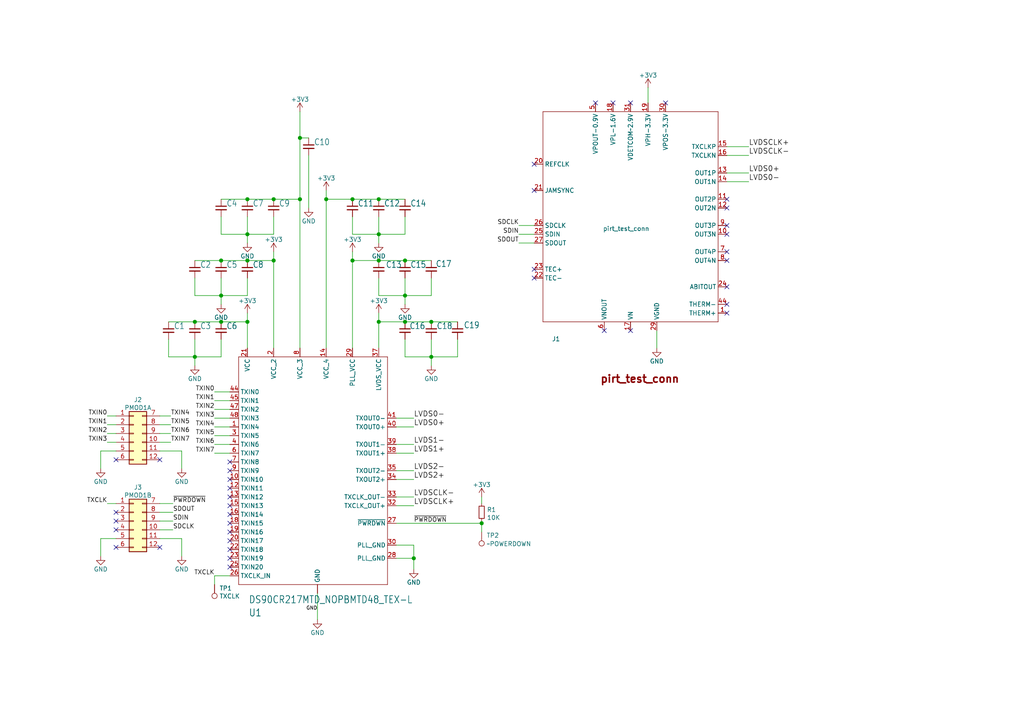
<source format=kicad_sch>
(kicad_sch (version 20210406) (generator eeschema)
  (paper "A4")
  (lib_symbols
    (symbol "Connector:TestPoint" (pin_numbers hide) (pin_names (offset 0.762) hide)
      (property "Reference" "TP" (at 0 6.858 0))
      (property "Value" "TestPoint" (at 0 5.08 0))
      (symbol "TestPoint_0_1"
        (circle (center 0 3.302) (radius 0.762))
      )
      (symbol "TestPoint_1_1"
        (pin passive line (at 0 0 90) (length 2.54) (name "1") (number "1"))
      )
    )
    (symbol "Connector_Generic:Conn_02x06_Top_Bottom" (pin_names (offset 1.016) hide)
      (property "Reference" "J" (at 1.27 7.62 0))
      (property "Value" "Conn_02x06_Top_Bottom" (at 1.27 -10.16 0))
      (symbol "Conn_02x06_Top_Bottom_1_1"
        (rectangle (start -1.27 -7.493) (end 0 -7.747) (stroke (width 0.1524)))
        (rectangle (start -1.27 -4.953) (end 0 -5.207) (stroke (width 0.1524)))
        (rectangle (start -1.27 -2.413) (end 0 -2.667) (stroke (width 0.1524)))
        (rectangle (start -1.27 0.127) (end 0 -0.127) (stroke (width 0.1524)))
        (rectangle (start -1.27 2.667) (end 0 2.413) (stroke (width 0.1524)))
        (rectangle (start -1.27 5.207) (end 0 4.953) (stroke (width 0.1524)))
        (rectangle (start 3.81 -7.493) (end 2.54 -7.747) (stroke (width 0.1524)))
        (rectangle (start 3.81 -4.953) (end 2.54 -5.207) (stroke (width 0.1524)))
        (rectangle (start 3.81 -2.413) (end 2.54 -2.667) (stroke (width 0.1524)))
        (rectangle (start 3.81 0.127) (end 2.54 -0.127) (stroke (width 0.1524)))
        (rectangle (start 3.81 2.667) (end 2.54 2.413) (stroke (width 0.1524)))
        (rectangle (start 3.81 5.207) (end 2.54 4.953) (stroke (width 0.1524)))
        (rectangle (start -1.27 6.35) (end 3.81 -8.89) (stroke (width 0.254)) (fill (type background)))
        (pin passive line (at -5.08 5.08 0) (length 3.81) (name "Pin_1") (number "1"))
        (pin passive line (at 7.62 -2.54 180) (length 3.81) (name "Pin_10") (number "10"))
        (pin passive line (at 7.62 -5.08 180) (length 3.81) (name "Pin_11") (number "11"))
        (pin passive line (at 7.62 -7.62 180) (length 3.81) (name "Pin_12") (number "12"))
        (pin passive line (at -5.08 2.54 0) (length 3.81) (name "Pin_2") (number "2"))
        (pin passive line (at -5.08 0 0) (length 3.81) (name "Pin_3") (number "3"))
        (pin passive line (at -5.08 -2.54 0) (length 3.81) (name "Pin_4") (number "4"))
        (pin passive line (at -5.08 -5.08 0) (length 3.81) (name "Pin_5") (number "5"))
        (pin passive line (at -5.08 -7.62 0) (length 3.81) (name "Pin_6") (number "6"))
        (pin passive line (at 7.62 5.08 180) (length 3.81) (name "Pin_7") (number "7"))
        (pin passive line (at 7.62 2.54 180) (length 3.81) (name "Pin_8") (number "8"))
        (pin passive line (at 7.62 0 180) (length 3.81) (name "Pin_9") (number "9"))
      )
    )
    (symbol "Device:C_Small" (pin_numbers hide) (pin_names (offset 0.254) hide)
      (property "Reference" "C" (at 0.254 1.778 0))
      (property "Value" "C_Small" (at 0.254 -2.032 0))
      (symbol "C_Small_0_1"
        (polyline (pts (xy -1.524 -0.508) (xy 1.524 -0.508)) (stroke (width 0.3302)))
        (polyline (pts (xy -1.524 0.508) (xy 1.524 0.508)) (stroke (width 0.3048)))
      )
      (symbol "C_Small_1_1"
        (pin passive line (at 0 2.54 270) (length 2.032) (name "~") (number "1"))
        (pin passive line (at 0 -2.54 90) (length 2.032) (name "~") (number "2"))
      )
    )
    (symbol "Device:R_Small" (pin_numbers hide) (pin_names (offset 0.254) hide)
      (property "Reference" "R" (at 0.762 0.508 0))
      (property "Value" "R_Small" (at 0.762 -1.016 0))
      (symbol "R_Small_0_1"
        (rectangle (start -0.762 1.778) (end 0.762 -1.778) (stroke (width 0.2032)))
      )
      (symbol "R_Small_1_1"
        (pin passive line (at 0 2.54 270) (length 0.762) (name "~") (number "1"))
        (pin passive line (at 0 -2.54 90) (length 0.762) (name "~") (number "2"))
      )
    )
    (symbol "power:+3V3" (power) (pin_names (offset 0))
      (property "Value" "+3V3" (at 0 3.556 0))
      (symbol "+3V3_0_1"
        (polyline (pts (xy -0.762 1.27) (xy 0 2.54)))
        (polyline (pts (xy 0 0) (xy 0 2.54)))
        (polyline (pts (xy 0 2.54) (xy 0.762 1.27)))
      )
      (symbol "+3V3_1_1"
        (pin power_in line (at 0 0 90) (length 0) hide (name "+3V3") (number "1"))
      )
    )
    (symbol "power:GND" (power) (pin_names (offset 0))
      (property "Value" "GND" (at 0 -3.81 0))
      (symbol "GND_0_1"
        (polyline (pts (xy 0 0) (xy 0 -1.27) (xy 1.27 -1.27) (xy 0 -2.54) (xy -1.27 -1.27) (xy 0 -1.27)))
      )
      (symbol "GND_1_1"
        (pin power_in line (at 0 0 270) (length 0) hide (name "GND") (number "1"))
      )
    )
    (symbol "proj_lib:DS90CR217MTD"
      (property "Reference" "U" (at -3.81 -41.91 0))
      (property "Value" "DS90CR217MTD" (at 2.54 -38.1 0))
      (symbol "DS90CR217MTD_0_0"
        (pin power_in line (at 24.13 -25.4 180) (length 2.54) (name "PLL_GND") (number "28"))
        (pin power_in line (at 24.13 -21.59 180) (length 2.54) (name "PLL_GND") (number "30"))
      )
      (symbol "DS90CR217MTD_1_0"
        (polyline (pts (xy -21.59 -33.02) (xy 21.59 -33.02)) (stroke (width 0.1524)))
        (polyline (pts (xy -21.59 33.02) (xy -21.59 -33.02)) (stroke (width 0.1524)))
        (polyline (pts (xy 21.59 -33.02) (xy 21.59 33.02)) (stroke (width 0.1524)))
        (polyline (pts (xy 21.59 33.02) (xy -21.59 33.02)) (stroke (width 0.1524)))
        (pin input line (at -24.13 12.7 0) (length 2.54) (name "TXIN4") (number "1"))
        (pin input line (at -24.13 -2.54 0) (length 2.54) (name "TXIN10") (number "10"))
        (pin power_in line (at 1.27 -35.56 90) (length 2.54) (name "GND") (number "11"))
        (pin input line (at -24.13 -5.08 0) (length 2.54) (name "TXIN11") (number "12"))
        (pin input line (at -24.13 -7.62 0) (length 2.54) (name "TXIN12") (number "13"))
        (pin power_in line (at 3.81 35.56 270) (length 2.54) (name "VCC_4") (number "14"))
        (pin input line (at -24.13 -10.16 0) (length 2.54) (name "TXIN13") (number "15"))
        (pin input line (at -24.13 -12.7 0) (length 2.54) (name "TXIN14") (number "16"))
        (pin input line (at -24.13 -15.24 0) (length 2.54) (name "TXIN15") (number "18"))
        (pin input line (at -24.13 -17.78 0) (length 2.54) (name "TXIN16") (number "19"))
        (pin power_in line (at -11.43 35.56 270) (length 2.54) (name "VCC_2") (number "2"))
        (pin input line (at -24.13 -20.32 0) (length 2.54) (name "TXIN17") (number "20"))
        (pin power_in line (at -19.05 35.56 270) (length 2.54) (name "VCC") (number "21"))
        (pin input line (at -24.13 -22.86 0) (length 2.54) (name "TXIN18") (number "22"))
        (pin input line (at -24.13 -25.4 0) (length 2.54) (name "TXIN19") (number "23"))
        (pin input line (at -24.13 -27.94 0) (length 2.54) (name "TXIN20") (number "25"))
        (pin passive line (at -24.13 -30.48 0) (length 2.54) (name "TXCLK_IN") (number "26"))
        (pin passive line (at 24.13 -15.24 180) (length 2.54) (name "~PWRDWN") (number "27"))
        (pin power_in line (at 11.43 35.56 270) (length 2.54) (name "PLL_VCC") (number "29"))
        (pin input line (at -24.13 10.16 0) (length 2.54) (name "TXIN5") (number "3"))
        (pin output line (at 24.13 -10.16 180) (length 2.54) (name "TXCLK_OUT+") (number "32"))
        (pin output line (at 24.13 -7.62 180) (length 2.54) (name "TXCLK_OUT-") (number "33"))
        (pin output line (at 24.13 -2.54 180) (length 2.54) (name "TXOUT2+") (number "34"))
        (pin output line (at 24.13 0 180) (length 2.54) (name "TXOUT2-") (number "35"))
        (pin passive line (at 19.05 35.56 270) (length 2.54) (name "LVDS_VCC") (number "37"))
        (pin output line (at 24.13 5.08 180) (length 2.54) (name "TXOUT1+") (number "38"))
        (pin output line (at 24.13 7.62 180) (length 2.54) (name "TXOUT1-") (number "39"))
        (pin input line (at -24.13 7.62 0) (length 2.54) (name "TXIN6") (number "4"))
        (pin output line (at 24.13 12.7 180) (length 2.54) (name "TXOUT0+") (number "40"))
        (pin output line (at 24.13 15.24 180) (length 2.54) (name "TXOUT0-") (number "41"))
        (pin input line (at -24.13 22.86 0) (length 2.54) (name "TXIN0") (number "44"))
        (pin input line (at -24.13 20.32 0) (length 2.54) (name "TXIN1") (number "45"))
        (pin input line (at -24.13 17.78 0) (length 2.54) (name "TXIN2") (number "47"))
        (pin input line (at -24.13 15.24 0) (length 2.54) (name "TXIN3") (number "48"))
        (pin input line (at -24.13 5.08 0) (length 2.54) (name "TXIN7") (number "6"))
        (pin input line (at -24.13 2.54 0) (length 2.54) (name "TXIN8") (number "7"))
        (pin power_in line (at -3.81 35.56 270) (length 2.54) (name "VCC_3") (number "8"))
        (pin input line (at -24.13 0 0) (length 2.54) (name "TXIN9") (number "9"))
      )
    )
    (symbol "proj_lib:pirt_test_conn"
      (property "Reference" "J" (at -19.05 -7.62 0))
      (property "Value" "pirt_test_conn" (at -19.05 -7.62 0))
      (symbol "pirt_test_conn_1_0"
        (text "pirt_test_conn" (at -7.62 -44.45 0) (effects (font (size 2.159 2.159) (thickness 0.4318) bold) (justify left bottom)))
        (polyline (pts (xy -24.13 -26.67) (xy -24.13 34.29)) (stroke (width 0.1524)))
        (polyline (pts (xy -24.13 34.29) (xy 26.67 34.29)) (stroke (width 0.1524)))
        (polyline (pts (xy 26.67 -26.67) (xy -24.13 -26.67)) (stroke (width 0.1524)))
        (polyline (pts (xy 26.67 34.29) (xy 26.67 -26.67)) (stroke (width 0.1524)))
        (pin passive line (at 29.21 -24.13 180) (length 2.54) (name "THERM+") (number "1"))
        (pin input line (at 29.21 -1.27 180) (length 2.54) (name "OUT3N") (number "10"))
        (pin input line (at 29.21 8.89 180) (length 2.54) (name "OUT2P") (number "11"))
        (pin input line (at 29.21 6.35 180) (length 2.54) (name "OUT2N") (number "12"))
        (pin input line (at 29.21 16.51 180) (length 2.54) (name "OUT1P") (number "13"))
        (pin input line (at 29.21 13.97 180) (length 2.54) (name "OUT1N") (number "14"))
        (pin input line (at 29.21 24.13 180) (length 2.54) (name "TXCLKP") (number "15"))
        (pin input line (at 29.21 21.59 180) (length 2.54) (name "TXCLKN") (number "16"))
        (pin power_out line (at 1.27 -29.21 90) (length 2.54) (name "VN") (number "17"))
        (pin power_out line (at -3.81 36.83 270) (length 2.54) (name "VPL-1.6V") (number "18"))
        (pin power_out line (at 6.35 36.83 270) (length 2.54) (name "VPH-3.3V") (number "19"))
        (pin input line (at -26.67 19.05 0) (length 2.54) (name "REFCLK") (number "20"))
        (pin input line (at -26.67 11.43 0) (length 2.54) (name "JAMSYNC") (number "21"))
        (pin passive line (at -26.67 -13.97 0) (length 2.54) (name "TEC-") (number "22"))
        (pin passive line (at -26.67 -11.43 0) (length 2.54) (name "TEC+") (number "23"))
        (pin output line (at 29.21 -16.51 180) (length 2.54) (name "ABITOUT") (number "24"))
        (pin input line (at -26.67 -1.27 0) (length 2.54) (name "SDIN") (number "25"))
        (pin input line (at -26.67 1.27 0) (length 2.54) (name "SDCLK") (number "26"))
        (pin output line (at -26.67 -3.81 0) (length 2.54) (name "SDOUT") (number "27"))
        (pin power_out line (at 8.89 -29.21 90) (length 2.54) (name "VGND") (number "29"))
        (pin power_out line (at 11.43 36.83 270) (length 2.54) (name "VPOS-3.3V") (number "30"))
        (pin power_out line (at 1.27 36.83 270) (length 2.54) (name "VDETCOM~~2.9V") (number "31"))
        (pin passive line (at 29.21 -21.59 180) (length 2.54) (name "THERM-") (number "44"))
        (pin power_out line (at -8.89 36.83 270) (length 2.54) (name "VPOUT-0.9V") (number "5"))
        (pin power_out line (at -6.35 -29.21 90) (length 2.54) (name "VNOUT") (number "6"))
        (pin input line (at 29.21 -6.35 180) (length 2.54) (name "OUT4P") (number "7"))
        (pin input line (at 29.21 -8.89 180) (length 2.54) (name "OUT4N") (number "8"))
        (pin input line (at 29.21 1.27 180) (length 2.54) (name "OUT3P") (number "9"))
      )
    )
  )
  (junction (at 56.515 93.345) (diameter 1.016))
  (junction (at 56.515 103.505) (diameter 1.016))
  (junction (at 64.135 75.565) (diameter 1.016))
  (junction (at 64.135 85.725) (diameter 1.016))
  (junction (at 64.135 93.345) (diameter 1.016))
  (junction (at 71.755 57.785) (diameter 1.016))
  (junction (at 71.755 67.945) (diameter 1.016))
  (junction (at 71.755 75.565) (diameter 1.016))
  (junction (at 71.755 93.345) (diameter 1.016))
  (junction (at 79.375 57.785) (diameter 1.016))
  (junction (at 79.375 75.565) (diameter 1.016))
  (junction (at 86.995 40.005) (diameter 1.016))
  (junction (at 86.995 57.785) (diameter 1.016))
  (junction (at 94.615 57.785) (diameter 1.016))
  (junction (at 102.235 57.785) (diameter 1.016))
  (junction (at 102.235 75.565) (diameter 1.016))
  (junction (at 109.855 57.785) (diameter 1.016))
  (junction (at 109.855 67.945) (diameter 1.016))
  (junction (at 109.855 75.565) (diameter 1.016))
  (junction (at 109.855 93.345) (diameter 1.016))
  (junction (at 117.475 75.565) (diameter 1.016))
  (junction (at 117.475 85.725) (diameter 1.016))
  (junction (at 117.475 93.345) (diameter 1.016))
  (junction (at 120.015 161.925) (diameter 1.016))
  (junction (at 125.095 93.345) (diameter 1.016))
  (junction (at 125.095 103.505) (diameter 1.016))
  (junction (at 139.7 151.765) (diameter 1.016))
  (no_connect (at 33.655 133.35))
  (no_connect (at 33.655 148.59))
  (no_connect (at 33.655 151.13))
  (no_connect (at 33.655 153.67))
  (no_connect (at 33.655 158.75))
  (no_connect (at 46.355 133.35))
  (no_connect (at 46.355 158.75))
  (no_connect (at 66.675 133.985))
  (no_connect (at 66.675 136.525))
  (no_connect (at 66.675 139.065))
  (no_connect (at 66.675 141.605))
  (no_connect (at 66.675 144.145))
  (no_connect (at 66.675 146.685))
  (no_connect (at 66.675 149.225))
  (no_connect (at 66.675 151.765))
  (no_connect (at 66.675 154.305))
  (no_connect (at 66.675 156.845))
  (no_connect (at 66.675 159.385))
  (no_connect (at 66.675 161.925))
  (no_connect (at 66.675 164.465))
  (no_connect (at 154.94 47.625))
  (no_connect (at 154.94 55.245))
  (no_connect (at 154.94 78.105))
  (no_connect (at 154.94 80.645))
  (no_connect (at 172.72 29.845))
  (no_connect (at 175.26 95.885))
  (no_connect (at 177.8 29.845))
  (no_connect (at 182.88 29.845))
  (no_connect (at 182.88 95.885))
  (no_connect (at 193.04 29.845))
  (no_connect (at 210.82 57.785))
  (no_connect (at 210.82 60.325))
  (no_connect (at 210.82 65.405))
  (no_connect (at 210.82 67.945))
  (no_connect (at 210.82 73.025))
  (no_connect (at 210.82 75.565))
  (no_connect (at 210.82 83.185))
  (no_connect (at 210.82 88.265))
  (no_connect (at 210.82 90.805))
  (wire (pts (xy 29.21 130.81) (xy 29.21 135.89)))
  (wire (pts (xy 29.21 156.21) (xy 29.21 161.29)))
  (wire (pts (xy 31.115 120.65) (xy 33.655 120.65)))
  (wire (pts (xy 31.115 123.19) (xy 33.655 123.19)))
  (wire (pts (xy 31.115 125.73) (xy 33.655 125.73)))
  (wire (pts (xy 31.115 128.27) (xy 33.655 128.27)))
  (wire (pts (xy 31.115 146.05) (xy 33.655 146.05)))
  (wire (pts (xy 33.655 130.81) (xy 29.21 130.81)))
  (wire (pts (xy 33.655 156.21) (xy 29.21 156.21)))
  (wire (pts (xy 46.355 120.65) (xy 49.53 120.65)))
  (wire (pts (xy 46.355 123.19) (xy 49.53 123.19)))
  (wire (pts (xy 46.355 125.73) (xy 49.53 125.73)))
  (wire (pts (xy 46.355 128.27) (xy 49.53 128.27)))
  (wire (pts (xy 46.355 130.81) (xy 52.705 130.81)))
  (wire (pts (xy 46.355 146.05) (xy 50.165 146.05)))
  (wire (pts (xy 46.355 148.59) (xy 50.165 148.59)))
  (wire (pts (xy 46.355 151.13) (xy 50.165 151.13)))
  (wire (pts (xy 46.355 153.67) (xy 50.165 153.67)))
  (wire (pts (xy 46.355 156.21) (xy 52.705 156.21)))
  (wire (pts (xy 48.895 93.345) (xy 56.515 93.345)))
  (wire (pts (xy 48.895 98.425) (xy 48.895 103.505)))
  (wire (pts (xy 48.895 103.505) (xy 56.515 103.505)))
  (wire (pts (xy 52.705 130.81) (xy 52.705 135.89)))
  (wire (pts (xy 52.705 156.21) (xy 52.705 161.29)))
  (wire (pts (xy 56.515 75.565) (xy 64.135 75.565)))
  (wire (pts (xy 56.515 80.645) (xy 56.515 85.725)))
  (wire (pts (xy 56.515 85.725) (xy 64.135 85.725)))
  (wire (pts (xy 56.515 93.345) (xy 64.135 93.345)))
  (wire (pts (xy 56.515 98.425) (xy 56.515 103.505)))
  (wire (pts (xy 56.515 103.505) (xy 64.135 103.505)))
  (wire (pts (xy 56.515 106.045) (xy 56.515 103.505)))
  (wire (pts (xy 62.23 113.665) (xy 66.675 113.665)))
  (wire (pts (xy 62.23 116.205) (xy 66.675 116.205)))
  (wire (pts (xy 62.23 118.745) (xy 66.675 118.745)))
  (wire (pts (xy 62.23 121.285) (xy 66.675 121.285)))
  (wire (pts (xy 62.23 123.825) (xy 66.675 123.825)))
  (wire (pts (xy 62.23 126.365) (xy 66.675 126.365)))
  (wire (pts (xy 62.23 128.905) (xy 66.675 128.905)))
  (wire (pts (xy 62.23 131.445) (xy 66.675 131.445)))
  (wire (pts (xy 62.23 167.005) (xy 62.23 169.545)))
  (wire (pts (xy 62.23 167.005) (xy 66.675 167.005)))
  (wire (pts (xy 64.135 57.785) (xy 71.755 57.785)))
  (wire (pts (xy 64.135 62.865) (xy 64.135 67.945)))
  (wire (pts (xy 64.135 67.945) (xy 71.755 67.945)))
  (wire (pts (xy 64.135 75.565) (xy 71.755 75.565)))
  (wire (pts (xy 64.135 80.645) (xy 64.135 85.725)))
  (wire (pts (xy 64.135 85.725) (xy 71.755 85.725)))
  (wire (pts (xy 64.135 88.265) (xy 64.135 85.725)))
  (wire (pts (xy 64.135 98.425) (xy 64.135 103.505)))
  (wire (pts (xy 71.755 62.865) (xy 71.755 67.945)))
  (wire (pts (xy 71.755 67.945) (xy 71.755 70.485)))
  (wire (pts (xy 71.755 67.945) (xy 79.375 67.945)))
  (wire (pts (xy 71.755 75.565) (xy 79.375 75.565)))
  (wire (pts (xy 71.755 80.645) (xy 71.755 85.725)))
  (wire (pts (xy 71.755 90.805) (xy 71.755 93.345)))
  (wire (pts (xy 71.755 93.345) (xy 64.135 93.345)))
  (wire (pts (xy 71.755 100.965) (xy 71.755 93.345)))
  (wire (pts (xy 79.375 57.785) (xy 71.755 57.785)))
  (wire (pts (xy 79.375 57.785) (xy 86.995 57.785)))
  (wire (pts (xy 79.375 62.865) (xy 79.375 67.945)))
  (wire (pts (xy 79.375 73.025) (xy 79.375 75.565)))
  (wire (pts (xy 79.375 100.965) (xy 79.375 75.565)))
  (wire (pts (xy 86.995 32.385) (xy 86.995 40.005)))
  (wire (pts (xy 86.995 40.005) (xy 86.995 57.785)))
  (wire (pts (xy 86.995 100.965) (xy 86.995 57.785)))
  (wire (pts (xy 89.535 40.005) (xy 86.995 40.005)))
  (wire (pts (xy 89.535 45.085) (xy 89.535 60.325)))
  (wire (pts (xy 92.075 172.085) (xy 92.075 179.705)))
  (wire (pts (xy 94.615 55.245) (xy 94.615 57.785)))
  (wire (pts (xy 94.615 100.965) (xy 94.615 57.785)))
  (wire (pts (xy 102.235 57.785) (xy 94.615 57.785)))
  (wire (pts (xy 102.235 57.785) (xy 109.855 57.785)))
  (wire (pts (xy 102.235 62.865) (xy 102.235 67.945)))
  (wire (pts (xy 102.235 67.945) (xy 109.855 67.945)))
  (wire (pts (xy 102.235 73.025) (xy 102.235 75.565)))
  (wire (pts (xy 102.235 100.965) (xy 102.235 75.565)))
  (wire (pts (xy 109.855 57.785) (xy 117.475 57.785)))
  (wire (pts (xy 109.855 62.865) (xy 109.855 67.945)))
  (wire (pts (xy 109.855 67.945) (xy 109.855 70.485)))
  (wire (pts (xy 109.855 67.945) (xy 117.475 67.945)))
  (wire (pts (xy 109.855 75.565) (xy 102.235 75.565)))
  (wire (pts (xy 109.855 75.565) (xy 117.475 75.565)))
  (wire (pts (xy 109.855 80.645) (xy 109.855 85.725)))
  (wire (pts (xy 109.855 85.725) (xy 117.475 85.725)))
  (wire (pts (xy 109.855 90.805) (xy 109.855 93.345)))
  (wire (pts (xy 109.855 93.345) (xy 109.855 100.965)))
  (wire (pts (xy 114.935 121.285) (xy 120.015 121.285)))
  (wire (pts (xy 114.935 123.825) (xy 120.015 123.825)))
  (wire (pts (xy 114.935 128.905) (xy 120.015 128.905)))
  (wire (pts (xy 114.935 131.445) (xy 120.015 131.445)))
  (wire (pts (xy 114.935 136.525) (xy 120.015 136.525)))
  (wire (pts (xy 114.935 139.065) (xy 120.015 139.065)))
  (wire (pts (xy 114.935 144.145) (xy 120.015 144.145)))
  (wire (pts (xy 114.935 146.685) (xy 120.015 146.685)))
  (wire (pts (xy 114.935 151.765) (xy 139.7 151.765)))
  (wire (pts (xy 114.935 158.115) (xy 120.015 158.115)))
  (wire (pts (xy 114.935 161.925) (xy 120.015 161.925)))
  (wire (pts (xy 117.475 62.865) (xy 117.475 67.945)))
  (wire (pts (xy 117.475 80.645) (xy 117.475 85.725)))
  (wire (pts (xy 117.475 85.725) (xy 117.475 88.265)))
  (wire (pts (xy 117.475 93.345) (xy 109.855 93.345)))
  (wire (pts (xy 117.475 93.345) (xy 125.095 93.345)))
  (wire (pts (xy 117.475 98.425) (xy 117.475 103.505)))
  (wire (pts (xy 117.475 103.505) (xy 125.095 103.505)))
  (wire (pts (xy 120.015 158.115) (xy 120.015 161.925)))
  (wire (pts (xy 120.015 161.925) (xy 120.015 165.1)))
  (wire (pts (xy 125.095 75.565) (xy 117.475 75.565)))
  (wire (pts (xy 125.095 80.645) (xy 125.095 85.725)))
  (wire (pts (xy 125.095 85.725) (xy 117.475 85.725)))
  (wire (pts (xy 125.095 93.345) (xy 132.715 93.345)))
  (wire (pts (xy 125.095 98.425) (xy 125.095 103.505)))
  (wire (pts (xy 125.095 103.505) (xy 125.095 106.045)))
  (wire (pts (xy 125.095 103.505) (xy 132.715 103.505)))
  (wire (pts (xy 132.715 98.425) (xy 132.715 103.505)))
  (wire (pts (xy 139.7 144.145) (xy 139.7 146.05)))
  (wire (pts (xy 139.7 151.13) (xy 139.7 151.765)))
  (wire (pts (xy 139.7 151.765) (xy 139.7 154.305)))
  (wire (pts (xy 150.495 65.405) (xy 154.94 65.405)))
  (wire (pts (xy 150.495 67.945) (xy 154.94 67.945)))
  (wire (pts (xy 150.495 70.485) (xy 154.94 70.485)))
  (wire (pts (xy 187.96 25.4) (xy 187.96 29.845)))
  (wire (pts (xy 190.5 95.885) (xy 190.5 100.965)))
  (wire (pts (xy 210.82 42.545) (xy 217.17 42.545)))
  (wire (pts (xy 210.82 45.085) (xy 217.17 45.085)))
  (wire (pts (xy 210.82 50.165) (xy 217.17 50.165)))
  (wire (pts (xy 210.82 52.705) (xy 217.17 52.705)))
  (label "TXIN0" (at 31.115 120.65 180))
  (label "TXIN1" (at 31.115 123.19 180))
  (label "TXIN2" (at 31.115 125.73 180))
  (label "TXIN3" (at 31.115 128.27 180))
  (label "TXCLK" (at 31.115 146.05 180))
  (label "TXIN4" (at 49.53 120.65 0))
  (label "TXIN5" (at 49.53 123.19 0))
  (label "TXIN6" (at 49.53 125.73 0))
  (label "TXIN7" (at 49.53 128.27 0))
  (label "~PWRDOWN" (at 50.165 146.05 0))
  (label "SDOUT" (at 50.165 148.59 0))
  (label "SDIN" (at 50.165 151.13 0))
  (label "SDCLK" (at 50.165 153.67 0))
  (label "TXIN0" (at 62.23 113.665 180))
  (label "TXIN1" (at 62.23 116.205 180))
  (label "TXIN2" (at 62.23 118.745 180))
  (label "TXIN3" (at 62.23 121.285 180))
  (label "TXIN4" (at 62.23 123.825 180))
  (label "TXIN5" (at 62.23 126.365 180))
  (label "TXIN6" (at 62.23 128.905 180))
  (label "TXIN7" (at 62.23 131.445 180))
  (label "TXCLK" (at 62.23 167.005 180))
  (label "GND" (at 92.075 177.165 180) (effects (font (size 1.016 1.016))))
  (label "LVDS0-" (at 120.015 121.285 0) (effects (font (size 1.5113 1.5113))))
  (label "LVDS0+" (at 120.015 123.825 0) (effects (font (size 1.5113 1.5113))))
  (label "LVDS1-" (at 120.015 128.905 0) (effects (font (size 1.5113 1.5113))))
  (label "LVDS1+" (at 120.015 131.445 0) (effects (font (size 1.5113 1.5113))))
  (label "LVDS2-" (at 120.015 136.525 0) (effects (font (size 1.5113 1.5113))))
  (label "LVDS2+" (at 120.015 139.065 0) (effects (font (size 1.5113 1.5113))))
  (label "LVDSCLK-" (at 120.015 144.145 0) (effects (font (size 1.5113 1.5113))))
  (label "LVDSCLK+" (at 120.015 146.685 0) (effects (font (size 1.5113 1.5113))))
  (label "~PWRDOWN" (at 120.015 151.765 0))
  (label "SDCLK" (at 150.495 65.405 180))
  (label "SDIN" (at 150.495 67.945 180))
  (label "SDOUT" (at 150.495 70.485 180))
  (label "LVDSCLK+" (at 217.17 42.545 0) (effects (font (size 1.5113 1.5113))))
  (label "LVDSCLK-" (at 217.17 45.085 0) (effects (font (size 1.5113 1.5113))))
  (label "LVDS0+" (at 217.17 50.165 0) (effects (font (size 1.5113 1.5113))))
  (label "LVDS0-" (at 217.17 52.705 0) (effects (font (size 1.5113 1.5113))))
  (symbol (lib_id "power:+3V3") (at 71.755 90.805 0) (unit 1)
    (property "Reference" "#3.3V0106" (effects hide))
    (property "Value" "+3V3" (at 71.755 87.249 0))
  )
  (symbol (lib_id "power:+3V3") (at 79.375 73.025 0) (unit 1)
    (property "Reference" "#3.3V0104" (effects hide))
    (property "Value" "+3V3" (at 79.375 69.469 0))
  )
  (symbol (lib_id "power:+3V3") (at 86.995 32.385 0) (unit 1)
    (property "Reference" "#3.3V0105" (effects hide))
    (property "Value" "+3V3" (at 86.995 28.829 0))
  )
  (symbol (lib_id "power:+3V3") (at 94.615 55.245 0) (unit 1)
    (property "Reference" "#3.3V0101" (effects hide))
    (property "Value" "+3V3" (at 94.615 51.689 0))
  )
  (symbol (lib_id "power:+3V3") (at 102.235 73.025 0) (unit 1)
    (property "Reference" "#3.3V0103" (effects hide))
    (property "Value" "+3V3" (at 102.235 69.469 0))
  )
  (symbol (lib_id "power:+3V3") (at 109.855 90.805 0) (unit 1)
    (property "Reference" "#3.3V0102" (effects hide))
    (property "Value" "+3V3" (at 109.855 87.249 0))
  )
  (symbol (lib_id "power:+3V3") (at 139.7 144.145 0) (unit 1)
    (property "Reference" "#3.3V02" (effects hide))
    (property "Value" "+3V3" (at 139.7 140.589 0))
  )
  (symbol (lib_id "power:+3V3") (at 187.96 25.4 0) (unit 1)
    (property "Reference" "#3.3V01" (effects hide))
    (property "Value" "+3V3" (at 187.96 21.844 0))
  )
  (symbol (lib_id "Connector:TestPoint") (at 62.23 169.545 180) (unit 1)
    (property "Reference" "TP1" (at 63.6271 170.6256 0) (effects (justify right)))
    (property "Value" "TXCLK" (at 63.6271 172.9243 0) (effects (justify right)))
    (property "Footprint" "TestPoint:TestPoint_Pad_D2.0mm" (effects hide))
  )
  (symbol (lib_id "Connector:TestPoint") (at 139.7 154.305 180) (unit 1)
    (property "Reference" "TP2" (at 141.0971 155.2902 0) (effects (justify right)))
    (property "Value" "~POWERDOWN" (at 141.0971 157.7429 0) (effects (justify right)))
    (property "Footprint" "TestPoint:TestPoint_Pad_D2.0mm" (effects hide))
  )
  (symbol (lib_id "power:GND") (at 29.21 135.89 0) (unit 1)
    (property "Reference" "#GND0110" (effects hide))
    (property "Value" "GND" (at 29.21 139.7 0))
  )
  (symbol (lib_id "power:GND") (at 29.21 161.29 0) (unit 1)
    (property "Reference" "#GND0111" (effects hide))
    (property "Value" "GND" (at 29.21 165.1 0))
  )
  (symbol (lib_id "power:GND") (at 52.705 135.89 0) (unit 1)
    (property "Reference" "#GND0109" (effects hide))
    (property "Value" "GND" (at 52.705 139.7 0))
  )
  (symbol (lib_id "power:GND") (at 52.705 161.29 0) (unit 1)
    (property "Reference" "#GND0112" (effects hide))
    (property "Value" "GND" (at 52.705 165.1 0))
  )
  (symbol (lib_id "power:GND") (at 56.515 106.045 0) (unit 1)
    (property "Reference" "#GND0105" (effects hide))
    (property "Value" "GND" (at 56.515 109.855 0))
  )
  (symbol (lib_id "power:GND") (at 64.135 88.265 0) (unit 1)
    (property "Reference" "#GND0108" (effects hide))
    (property "Value" "GND" (at 64.135 92.075 0))
  )
  (symbol (lib_id "power:GND") (at 71.755 70.485 0) (unit 1)
    (property "Reference" "#GND0107" (effects hide))
    (property "Value" "GND" (at 71.755 74.295 0))
  )
  (symbol (lib_id "power:GND") (at 89.535 60.325 0) (unit 1)
    (property "Reference" "#GND0106" (effects hide))
    (property "Value" "GND" (at 89.535 64.135 0))
  )
  (symbol (lib_id "power:GND") (at 92.075 179.705 0) (unit 1)
    (property "Reference" "#GND0104" (effects hide))
    (property "Value" "GND" (at 92.075 183.515 0))
  )
  (symbol (lib_id "power:GND") (at 109.855 70.485 0) (unit 1)
    (property "Reference" "#GND0102" (effects hide))
    (property "Value" "GND" (at 109.855 74.295 0))
  )
  (symbol (lib_id "power:GND") (at 117.475 88.265 0) (unit 1)
    (property "Reference" "#GND0101" (effects hide))
    (property "Value" "GND" (at 117.475 92.075 0))
  )
  (symbol (lib_id "power:GND") (at 120.015 165.1 0) (unit 1)
    (property "Reference" "#GND0113" (effects hide))
    (property "Value" "GND" (at 120.015 168.91 0))
  )
  (symbol (lib_id "power:GND") (at 125.095 106.045 0) (unit 1)
    (property "Reference" "#GND0103" (effects hide))
    (property "Value" "GND" (at 125.095 109.855 0))
  )
  (symbol (lib_id "power:GND") (at 190.5 100.965 0) (unit 1)
    (property "Reference" "#GND01" (effects hide))
    (property "Value" "GND" (at 190.5 104.775 0))
  )
  (symbol (lib_id "Device:R_Small") (at 139.7 148.59 0) (unit 1)
    (property "Reference" "R1" (at 141.1987 147.8291 0) (effects (justify left)))
    (property "Value" "10K" (at 141.1987 150.1278 0) (effects (justify left)))
    (property "Footprint" "Resistor_SMD:R_0603_1608Metric" (effects hide))
  )
  (symbol (lib_id "Device:C_Small") (at 48.895 95.885 0) (unit 1)
    (property "Reference" "C1" (at 50.419 95.504 0) (effects (font (size 1.778 1.5113)) (justify left bottom)))
    (property "Value" "100n" (at 50.419 100.584 0) (effects (font (size 1.778 1.5113)) (justify left bottom)))
    (property "Footprint" "Capacitor_SMD:C_0805_2012Metric_Pad1.18x1.45mm_HandSolder" (effects hide))
    (property "Value" "100n" (effects hide))
  )
  (symbol (lib_id "Device:C_Small") (at 56.515 78.105 0) (unit 1)
    (property "Reference" "C2" (at 58.039 77.724 0) (effects (font (size 1.778 1.5113)) (justify left bottom)))
    (property "Value" "100n" (at 58.039 82.804 0) (effects (font (size 1.778 1.5113)) (justify left bottom)))
    (property "Footprint" "Capacitor_SMD:C_0805_2012Metric_Pad1.18x1.45mm_HandSolder" (effects hide))
    (property "Value" "100n" (effects hide))
  )
  (symbol (lib_id "Device:C_Small") (at 56.515 95.885 0) (unit 1)
    (property "Reference" "C3" (at 58.039 95.504 0) (effects (font (size 1.778 1.5113)) (justify left bottom)))
    (property "Value" "10n" (at 58.039 100.584 0) (effects (font (size 1.778 1.5113)) (justify left bottom)))
    (property "Footprint" "Capacitor_SMD:C_0603_1608Metric_Pad1.08x0.95mm_HandSolder" (effects hide))
    (property "Value" "10n" (effects hide))
  )
  (symbol (lib_id "Device:C_Small") (at 64.135 60.325 0) (unit 1)
    (property "Reference" "C4" (at 65.659 59.944 0) (effects (font (size 1.778 1.5113)) (justify left bottom)))
    (property "Value" "100n" (at 65.659 65.024 0) (effects (font (size 1.778 1.5113)) (justify left bottom)))
    (property "Footprint" "Capacitor_SMD:C_0805_2012Metric_Pad1.18x1.45mm_HandSolder" (effects hide))
    (property "Value" "100n" (effects hide))
  )
  (symbol (lib_id "Device:C_Small") (at 64.135 78.105 0) (unit 1)
    (property "Reference" "C5" (at 65.659 77.724 0) (effects (font (size 1.778 1.5113)) (justify left bottom)))
    (property "Value" "10n" (at 65.659 82.804 0) (effects (font (size 1.778 1.5113)) (justify left bottom)))
    (property "Footprint" "Capacitor_SMD:C_0603_1608Metric_Pad1.08x0.95mm_HandSolder" (effects hide))
    (property "Value" "10n" (effects hide))
  )
  (symbol (lib_id "Device:C_Small") (at 64.135 95.885 0) (unit 1)
    (property "Reference" "C6" (at 65.659 95.504 0) (effects (font (size 1.778 1.5113)) (justify left bottom)))
    (property "Value" "1n" (at 65.659 100.584 0) (effects (font (size 1.778 1.5113)) (justify left bottom)))
    (property "Footprint" "Capacitor_SMD:C_0402_1005Metric_Pad0.74x0.62mm_HandSolder" (effects hide))
    (property "Value" "1n" (effects hide))
  )
  (symbol (lib_id "Device:C_Small") (at 71.755 60.325 0) (unit 1)
    (property "Reference" "C7" (at 73.279 59.944 0) (effects (font (size 1.778 1.5113)) (justify left bottom)))
    (property "Value" "10n" (at 73.279 65.024 0) (effects (font (size 1.778 1.5113)) (justify left bottom)))
    (property "Footprint" "Capacitor_SMD:C_0603_1608Metric_Pad1.08x0.95mm_HandSolder" (effects hide))
    (property "Value" "10n" (effects hide))
  )
  (symbol (lib_id "Device:C_Small") (at 71.755 78.105 0) (unit 1)
    (property "Reference" "C8" (at 73.279 77.724 0) (effects (font (size 1.778 1.5113)) (justify left bottom)))
    (property "Value" "1n" (at 73.279 82.804 0) (effects (font (size 1.778 1.5113)) (justify left bottom)))
    (property "Footprint" "Capacitor_SMD:C_0402_1005Metric_Pad0.74x0.62mm_HandSolder" (effects hide))
    (property "Value" "1n" (effects hide))
  )
  (symbol (lib_id "Device:C_Small") (at 79.375 60.325 0) (unit 1)
    (property "Reference" "C9" (at 80.899 59.944 0) (effects (font (size 1.778 1.5113)) (justify left bottom)))
    (property "Value" "1n" (at 80.899 65.024 0) (effects (font (size 1.778 1.5113)) (justify left bottom)))
    (property "Footprint" "Capacitor_SMD:C_0402_1005Metric_Pad0.74x0.62mm_HandSolder" (effects hide))
    (property "Value" "1n" (effects hide))
  )
  (symbol (lib_id "Device:C_Small") (at 89.535 42.545 0) (unit 1)
    (property "Reference" "C10" (at 91.059 42.164 0) (effects (font (size 1.778 1.5113)) (justify left bottom)))
    (property "Value" "10u" (at 91.059 47.244 0) (effects (font (size 1.778 1.5113)) (justify left bottom)))
    (property "Footprint" "Capacitor_SMD:C_0603_1608Metric_Pad1.08x0.95mm_HandSolder" (effects hide))
    (property "Value" "10u" (effects hide))
  )
  (symbol (lib_id "Device:C_Small") (at 102.235 60.325 0) (unit 1)
    (property "Reference" "C11" (at 103.759 59.944 0) (effects (font (size 1.778 1.5113)) (justify left bottom)))
    (property "Value" "1n" (at 103.759 65.024 0) (effects (font (size 1.778 1.5113)) (justify left bottom)))
    (property "Footprint" "Capacitor_SMD:C_0402_1005Metric_Pad0.74x0.62mm_HandSolder" (effects hide))
    (property "Value" "1n" (effects hide))
  )
  (symbol (lib_id "Device:C_Small") (at 109.855 60.325 0) (unit 1)
    (property "Reference" "C12" (at 111.379 59.944 0) (effects (font (size 1.778 1.5113)) (justify left bottom)))
    (property "Value" "10n" (at 111.379 65.024 0) (effects (font (size 1.778 1.5113)) (justify left bottom)))
    (property "Footprint" "Capacitor_SMD:C_0603_1608Metric_Pad1.08x0.95mm_HandSolder" (effects hide))
    (property "Value" "10n" (effects hide))
  )
  (symbol (lib_id "Device:C_Small") (at 109.855 78.105 0) (unit 1)
    (property "Reference" "C13" (at 111.887 77.724 0) (effects (font (size 1.778 1.5113)) (justify left bottom)))
    (property "Value" "1n" (at 111.887 82.042 0) (effects (font (size 1.778 1.5113)) (justify left bottom)))
    (property "Footprint" "Capacitor_SMD:C_0402_1005Metric_Pad0.74x0.62mm_HandSolder" (effects hide))
    (property "Value" "1n" (effects hide))
  )
  (symbol (lib_id "Device:C_Small") (at 117.475 60.325 0) (unit 1)
    (property "Reference" "C14" (at 118.999 59.944 0) (effects (font (size 1.778 1.5113)) (justify left bottom)))
    (property "Value" "100n" (at 118.999 65.024 0) (effects (font (size 1.778 1.5113)) (justify left bottom)))
    (property "Footprint" "Capacitor_SMD:C_0805_2012Metric_Pad1.18x1.45mm_HandSolder" (effects hide))
    (property "Value" "100n" (effects hide))
  )
  (symbol (lib_id "Device:C_Small") (at 117.475 78.105 0) (unit 1)
    (property "Reference" "C15" (at 118.999 77.724 0) (effects (font (size 1.778 1.5113)) (justify left bottom)))
    (property "Value" "10n" (at 119.253 82.042 0) (effects (font (size 1.778 1.5113)) (justify left bottom)))
    (property "Footprint" "Capacitor_SMD:C_0603_1608Metric_Pad1.08x0.95mm_HandSolder" (effects hide))
    (property "Value" "10n" (effects hide))
  )
  (symbol (lib_id "Device:C_Small") (at 117.475 95.885 0) (unit 1)
    (property "Reference" "C16" (at 118.745 95.504 0) (effects (font (size 1.778 1.5113)) (justify left bottom)))
    (property "Value" "1n" (at 118.745 100.33 0) (effects (font (size 1.778 1.5113)) (justify left bottom)))
    (property "Footprint" "Capacitor_SMD:C_0402_1005Metric_Pad0.74x0.62mm_HandSolder" (effects hide))
    (property "Value" "1n" (effects hide))
  )
  (symbol (lib_id "Device:C_Small") (at 125.095 78.105 0) (unit 1)
    (property "Reference" "C17" (at 126.365 77.47 0) (effects (font (size 1.778 1.5113)) (justify left bottom)))
    (property "Value" "100n" (at 126.619 82.804 0) (effects (font (size 1.778 1.5113)) (justify left bottom)))
    (property "Footprint" "Capacitor_SMD:C_0805_2012Metric_Pad1.18x1.45mm_HandSolder" (effects hide))
    (property "Value" "100n" (effects hide))
  )
  (symbol (lib_id "Device:C_Small") (at 125.095 95.885 0) (unit 1)
    (property "Reference" "C18" (at 126.619 95.504 0) (effects (font (size 1.778 1.5113)) (justify left bottom)))
    (property "Value" "10n" (at 126.619 100.33 0) (effects (font (size 1.778 1.5113)) (justify left bottom)))
    (property "Footprint" "Capacitor_SMD:C_0603_1608Metric_Pad1.08x0.95mm_HandSolder" (effects hide))
    (property "Value" "10n" (effects hide))
  )
  (symbol (lib_id "Device:C_Small") (at 132.715 95.885 0) (unit 1)
    (property "Reference" "C19" (at 134.493 95.25 0) (effects (font (size 1.778 1.5113)) (justify left bottom)))
    (property "Value" "100n" (at 134.239 100.584 0) (effects (font (size 1.778 1.5113)) (justify left bottom)))
    (property "Footprint" "Capacitor_SMD:C_0805_2012Metric_Pad1.18x1.45mm_HandSolder" (effects hide))
    (property "Value" "100n" (effects hide))
  )
  (symbol (lib_id "Connector_Generic:Conn_02x06_Top_Bottom") (at 38.735 125.73 0) (unit 1)
    (property "Reference" "J2" (at 40.005 115.9468 0))
    (property "Value" "PMOD1A" (at 40.005 118.2455 0))
    (property "Footprint" "proj_footprints:PMOD" (effects hide))
  )
  (symbol (lib_id "Connector_Generic:Conn_02x06_Top_Bottom") (at 38.735 151.13 0) (unit 1)
    (property "Reference" "J3" (at 40.005 141.3468 0))
    (property "Value" "PMOD1B" (at 40.005 143.6455 0))
    (property "Footprint" "proj_footprints:PMOD" (effects hide))
  )
  (symbol (lib_id "proj_lib:DS90CR217MTD") (at 90.805 136.525 0) (unit 1)
    (property "Reference" "U1" (at 72.1106 178.8414 0) (effects (font (size 2.0828 1.7703)) (justify left bottom)))
    (property "Value" "DS90CR217MTD_NOPBMTD48_TEX-L" (at 72.1106 175.0314 0) (effects (font (size 2.0828 1.7703)) (justify left bottom)))
    (property "Footprint" "proj_footprints:MTD48" (effects hide))
  )
  (symbol (lib_id "proj_lib:pirt_test_conn") (at 181.61 66.675 0) (unit 1)
    (property "Reference" "J1" (at 161.29 98.3042 0))
    (property "Value" "pirt_test_conn" (at 181.61 66.3129 0))
    (property "Footprint" "proj_footprints:pirt_test_conn" (effects hide))
  )
)
</source>
